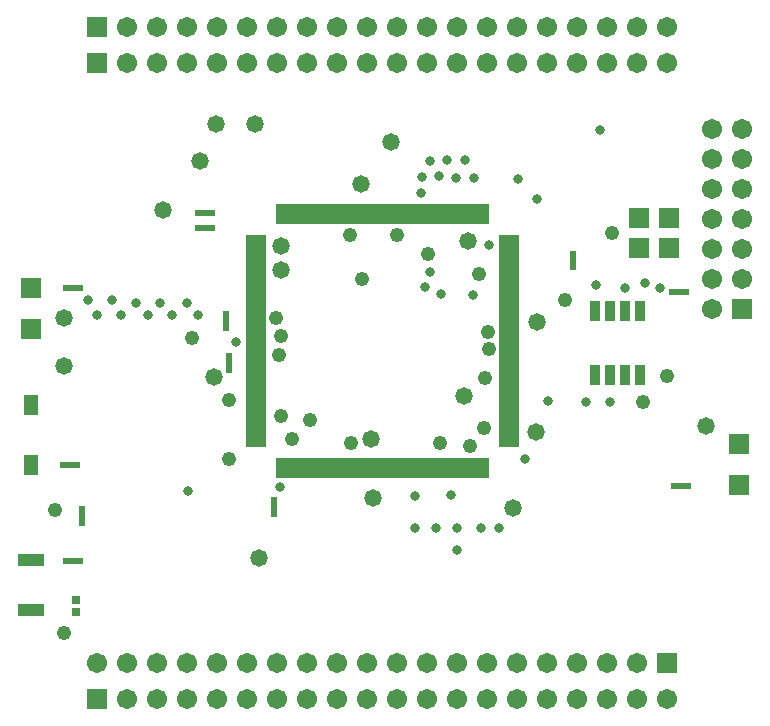
<source format=gts>
%FSTAX23Y23*%
%MOIN*%
%SFA1B1*%

%IPPOS*%
%ADD26R,0.032610X0.023750*%
%ADD27R,0.023750X0.032610*%
%ADD28R,0.047370X0.070990*%
%ADD29R,0.027690X0.031620*%
%ADD30R,0.033590X0.068040*%
%ADD31R,0.086740X0.039500*%
%ADD32R,0.067060X0.070990*%
%ADD33R,0.066070X0.019810*%
%ADD34R,0.019810X0.066070*%
%ADD35R,0.067060X0.067060*%
%ADD36C,0.067060*%
%ADD37R,0.067060X0.067060*%
%ADD38C,0.058000*%
%ADD39C,0.048000*%
%ADD40C,0.032000*%
%LNpcb1-1*%
%LPD*%
G54D26*
X02313Y00813D03*
X0228D03*
X00288Y01473D03*
X00255D03*
Y00563D03*
X00288D03*
X00728Y01673D03*
X00695D03*
X00728Y01723D03*
X00695D03*
X00245Y00883D03*
X00278D03*
X02306Y01457D03*
X02273D03*
G54D27*
X00302Y00729D03*
Y00696D03*
X00792Y01239D03*
Y01206D03*
X0078Y01346D03*
Y01379D03*
X01937Y01547D03*
Y0158D03*
X00942Y00759D03*
Y00726D03*
G54D28*
X00132Y01083D03*
Y00883D03*
G54D29*
X00282Y00393D03*
Y00432D03*
G54D30*
X02012Y01181D03*
X02062D03*
X02112D03*
X02162D03*
Y01394D03*
X02112D03*
X02062D03*
X02012D03*
G54D31*
X00132Y00565D03*
Y004D03*
G54D32*
X02159Y01705D03*
X02259D03*
Y01606D03*
X02159D03*
G54D33*
X0088Y0164D03*
Y01621D03*
Y01601D03*
Y01581D03*
Y01561D03*
Y01542D03*
Y01522D03*
Y01502D03*
Y01483D03*
Y01463D03*
Y01443D03*
Y01424D03*
Y01404D03*
Y01384D03*
Y01365D03*
Y01345D03*
Y01325D03*
Y01306D03*
Y01286D03*
Y01266D03*
Y01247D03*
Y01227D03*
Y01207D03*
Y01187D03*
Y01168D03*
Y01148D03*
Y01128D03*
Y01109D03*
Y01089D03*
Y01069D03*
Y0105D03*
Y0103D03*
Y0101D03*
Y00991D03*
Y00971D03*
Y00951D03*
X01725D03*
Y00971D03*
Y00991D03*
Y0101D03*
Y0103D03*
Y0105D03*
Y01069D03*
Y01089D03*
Y01109D03*
Y01128D03*
Y01148D03*
Y01168D03*
Y01187D03*
Y01207D03*
Y01227D03*
Y01247D03*
Y01266D03*
Y01286D03*
Y01306D03*
Y01325D03*
Y01345D03*
Y01365D03*
Y01384D03*
Y01404D03*
Y01424D03*
Y01443D03*
Y01463D03*
Y01483D03*
Y01502D03*
Y01522D03*
Y01542D03*
Y01561D03*
Y01581D03*
Y01601D03*
Y01621D03*
Y0164D03*
G54D34*
X00958Y00873D03*
X00978D03*
X00998D03*
X01017D03*
X01037D03*
X01057D03*
X01076D03*
X01096D03*
X01116D03*
X01135D03*
X01155D03*
X01175D03*
X01194D03*
X01214D03*
X01234D03*
X01254D03*
X01273D03*
X01293D03*
X01313D03*
X01332D03*
X01352D03*
X01372D03*
X01391D03*
X01411D03*
X01431D03*
X0145D03*
X0147D03*
X0149D03*
X01509D03*
X01529D03*
X01549D03*
X01568D03*
X01588D03*
X01608D03*
X01628D03*
X01647D03*
Y01719D03*
X01628D03*
X01608D03*
X01588D03*
X01568D03*
X01549D03*
X01529D03*
X01509D03*
X0149D03*
X0147D03*
X0145D03*
X01431D03*
X01411D03*
X01391D03*
X01372D03*
X01352D03*
X01332D03*
X01313D03*
X01293D03*
X01273D03*
X01254D03*
X01234D03*
X01214D03*
X01194D03*
X01175D03*
X01155D03*
X01135D03*
X01116D03*
X01096D03*
X01076D03*
X01057D03*
X01037D03*
X01017D03*
X00998D03*
X00978D03*
X00958D03*
G54D35*
X02492Y00814D03*
Y00951D03*
X00132Y01471D03*
Y01334D03*
X025Y01401D03*
G54D36*
X02252Y00103D03*
X02152D03*
X02052D03*
X01952D03*
X01852D03*
X01752D03*
X01652D03*
X01552D03*
X01452D03*
X01352D03*
X01252D03*
X01152D03*
X01052D03*
X00952D03*
X00852D03*
X00752D03*
X00652D03*
X00552D03*
X00452D03*
X024Y01401D03*
X025Y01501D03*
X024D03*
X025Y01601D03*
X024D03*
X025Y01701D03*
X024D03*
X025Y01801D03*
X024D03*
X025Y01901D03*
X024D03*
X025Y02001D03*
X024D03*
X00452Y02223D03*
X00552D03*
X00652D03*
X00752D03*
X00852D03*
X00952D03*
X01052D03*
X01152D03*
X01252D03*
X01352D03*
X01452D03*
X01552D03*
X01652D03*
X01752D03*
X01852D03*
X01952D03*
X02052D03*
X02152D03*
X02252D03*
X0045Y02341D03*
X0055D03*
X0065D03*
X0075D03*
X0085D03*
X0095D03*
X0105D03*
X0115D03*
X0125D03*
X0135D03*
X0145D03*
X0155D03*
X0165D03*
X0175D03*
X0185D03*
X0195D03*
X0205D03*
X0215D03*
X0225D03*
X02152Y00223D03*
X02052D03*
X01952D03*
X01852D03*
X01752D03*
X01652D03*
X01552D03*
X01452D03*
X01352D03*
X01252D03*
X01152D03*
X01052D03*
X00952D03*
X00852D03*
X00752D03*
X00652D03*
X00552D03*
X00452D03*
X00352D03*
G54D37*
X00352Y00103D03*
Y02223D03*
X0035Y02341D03*
X02252Y00223D03*
G54D38*
X00747Y02018D03*
X00879D03*
X01587Y0163D03*
X01263Y00969D03*
X00965Y01612D03*
X01271Y00773D03*
X0133Y01957D03*
X01815Y00993D03*
X00963Y01531D03*
X01736Y00738D03*
X00742Y01174D03*
X0123Y01818D03*
X01818Y01358D03*
X01573Y01113D03*
X02382Y01013D03*
X00892Y00573D03*
X00242Y01373D03*
X00572Y01733D03*
X00695Y01896D03*
X00242Y01213D03*
G54D39*
X00964Y01311D03*
X01495Y00956D03*
X00959Y01248D03*
X01654Y01326D03*
X01593Y00945D03*
X01Y00968D03*
X01656Y01267D03*
X01623Y01519D03*
X00792Y00903D03*
X00669Y01305D03*
X00947Y01371D03*
X01197Y00955D03*
X01454Y01586D03*
X01234Y01502D03*
X0135Y01649D03*
X01061Y01033D03*
X01643Y01171D03*
X00792Y01098D03*
X01641Y01006D03*
X00965Y01044D03*
X01195Y01648D03*
X02068Y01656D03*
X00242Y00323D03*
X00212Y00733D03*
X01912Y01433D03*
X02172Y01093D03*
X02252Y01178D03*
G54D40*
X01855Y01094D03*
X01445Y01474D03*
X01816Y01767D03*
X01546Y0184D03*
X01658Y01614D03*
X01604Y01449D03*
X01552Y00598D03*
X00402Y01433D03*
X00961Y00807D03*
X00322Y01433D03*
X00482Y01423D03*
X01412Y00673D03*
X00652Y01423D03*
X01577Y01899D03*
X01606Y01837D03*
X00352Y01383D03*
X02027Y01999D03*
X01498Y01452D03*
X01776Y00903D03*
X0146Y01524D03*
X01412Y00777D03*
X0149Y01845D03*
X0146Y01896D03*
X01632Y00673D03*
X006Y01383D03*
X0143Y01788D03*
X01433Y01841D03*
X01519Y01898D03*
X01692Y00673D03*
X00432Y01383D03*
X01552Y00673D03*
X00522Y01383D03*
X00562Y01423D03*
X01754Y01834D03*
X00687Y01383D03*
X01532Y00783D03*
X01482Y00673D03*
X02227Y01471D03*
X00815Y01291D03*
X02014Y01481D03*
X00653Y00794D03*
X02176Y0149D03*
X02112Y01473D03*
X02062Y01093D03*
X01982D03*
M02*
</source>
